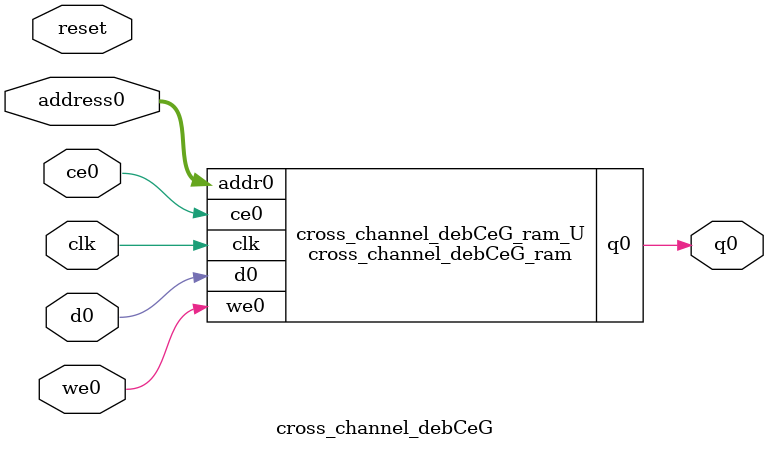
<source format=v>
`timescale 1 ns / 1 ps
module cross_channel_debCeG_ram (addr0, ce0, d0, we0, q0,  clk);

parameter DWIDTH = 1;
parameter AWIDTH = 14;
parameter MEM_SIZE = 16384;

input[AWIDTH-1:0] addr0;
input ce0;
input[DWIDTH-1:0] d0;
input we0;
output reg[DWIDTH-1:0] q0;
input clk;

(* ram_style = "block" *)reg [DWIDTH-1:0] ram[0:MEM_SIZE-1];




always @(posedge clk)  
begin 
    if (ce0) begin
        if (we0) 
            ram[addr0] <= d0; 
        q0 <= ram[addr0];
    end
end


endmodule

`timescale 1 ns / 1 ps
module cross_channel_debCeG(
    reset,
    clk,
    address0,
    ce0,
    we0,
    d0,
    q0);

parameter DataWidth = 32'd1;
parameter AddressRange = 32'd16384;
parameter AddressWidth = 32'd14;
input reset;
input clk;
input[AddressWidth - 1:0] address0;
input ce0;
input we0;
input[DataWidth - 1:0] d0;
output[DataWidth - 1:0] q0;



cross_channel_debCeG_ram cross_channel_debCeG_ram_U(
    .clk( clk ),
    .addr0( address0 ),
    .ce0( ce0 ),
    .we0( we0 ),
    .d0( d0 ),
    .q0( q0 ));

endmodule


</source>
